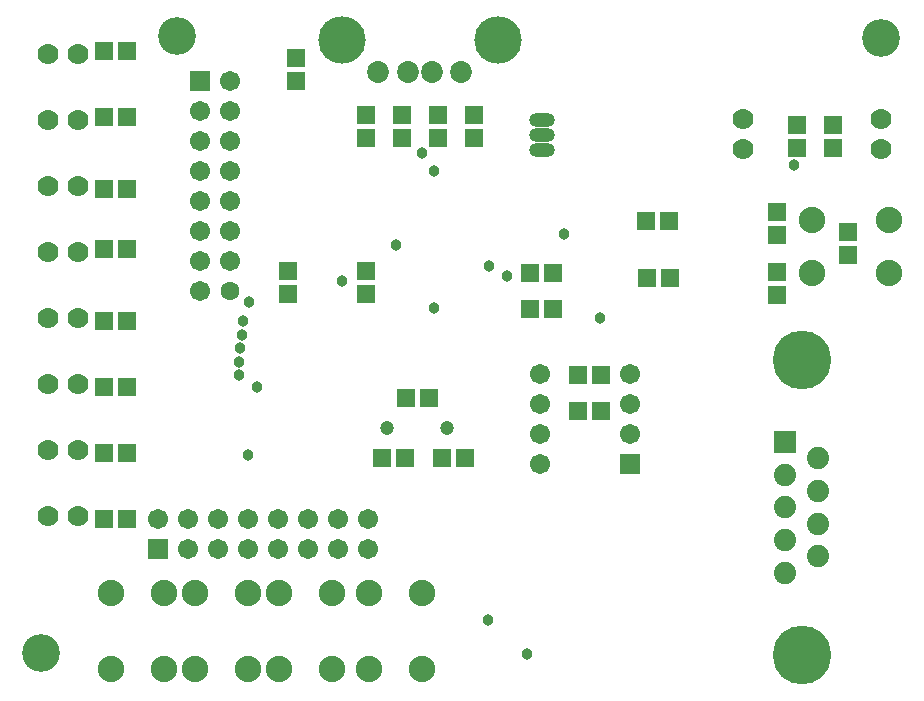
<source format=gbs>
%FSLAX25Y25*%
%MOIN*%
G70*
G01*
G75*
G04 Layer_Color=16711935*
%ADD10C,0.01000*%
%ADD11C,0.03000*%
%ADD12C,0.02000*%
%ADD13C,0.00800*%
%ADD14R,0.00984X0.09843*%
%ADD15R,0.09843X0.00984*%
%ADD16R,0.05315X0.05118*%
%ADD17R,0.05118X0.05315*%
%ADD18R,0.20000X0.02000*%
%ADD19O,0.20000X0.02000*%
%ADD20R,0.13780X0.08465*%
%ADD21R,0.04331X0.08465*%
%ADD22R,0.04331X0.08465*%
%ADD23C,0.11811*%
%ADD24C,0.05906*%
%ADD25R,0.05906X0.05906*%
%ADD26C,0.06200*%
%ADD27C,0.08000*%
%ADD28O,0.07874X0.03937*%
%ADD29O,0.07874X0.03937*%
%ADD30C,0.03937*%
%ADD31C,0.03000*%
%ADD32C,0.06500*%
%ADD33C,0.15000*%
%ADD34C,0.05500*%
%ADD35C,0.05906*%
%ADD36R,0.05906X0.05906*%
%ADD37R,0.05906X0.05906*%
%ADD38C,0.06654*%
%ADD39R,0.06654X0.06654*%
%ADD40C,0.18740*%
%ADD41C,0.00787*%
%ADD42C,0.00984*%
%ADD43C,0.00500*%
%ADD44C,0.00600*%
%ADD45C,0.01200*%
%ADD46C,0.00591*%
%ADD47R,0.04520X0.01680*%
%ADD48R,0.01680X0.04520*%
%ADD49R,0.01784X0.10642*%
%ADD50R,0.10642X0.01784*%
%ADD51R,0.06115X0.05918*%
%ADD52R,0.05918X0.06115*%
%ADD53R,0.20800X0.02800*%
%ADD54O,0.20800X0.02800*%
%ADD55R,0.14579X0.09265*%
%ADD56R,0.05131X0.09265*%
%ADD57R,0.05131X0.09265*%
%ADD58C,0.12611*%
%ADD59C,0.06706*%
%ADD60R,0.06706X0.06706*%
%ADD61C,0.07000*%
%ADD62C,0.08800*%
%ADD63O,0.08674X0.04737*%
%ADD64O,0.08674X0.04737*%
%ADD65C,0.04737*%
%ADD66C,0.03800*%
%ADD67C,0.07300*%
%ADD68C,0.15800*%
%ADD69C,0.06300*%
%ADD70C,0.06706*%
%ADD71R,0.06706X0.06706*%
%ADD72R,0.06706X0.06706*%
%ADD73C,0.07453*%
%ADD74R,0.07453X0.07453*%
%ADD75C,0.19540*%
D51*
X204161Y214000D02*
D03*
X211839D02*
D03*
X204161Y236000D02*
D03*
X211839D02*
D03*
X204161Y258000D02*
D03*
X211839D02*
D03*
X204161Y280000D02*
D03*
X211839D02*
D03*
X204161Y304000D02*
D03*
X211839D02*
D03*
X204161Y324000D02*
D03*
X211839D02*
D03*
X204161Y348000D02*
D03*
X211839D02*
D03*
X204161Y370000D02*
D03*
X211839D02*
D03*
X384661Y313500D02*
D03*
X392339D02*
D03*
X385161Y294500D02*
D03*
X392839D02*
D03*
X362161Y262000D02*
D03*
X369839D02*
D03*
X362161Y250000D02*
D03*
X369839D02*
D03*
X353839Y296000D02*
D03*
X346161D02*
D03*
X353839Y284000D02*
D03*
X346161D02*
D03*
X312339Y254500D02*
D03*
X304661D02*
D03*
X296661Y234500D02*
D03*
X304339D02*
D03*
X324339D02*
D03*
X316661D02*
D03*
D52*
X447000Y345339D02*
D03*
Y337661D02*
D03*
X428500Y316339D02*
D03*
Y308661D02*
D03*
Y288661D02*
D03*
Y296339D02*
D03*
X452000Y302161D02*
D03*
Y309839D02*
D03*
X268000Y360161D02*
D03*
Y367839D02*
D03*
X291500Y289161D02*
D03*
Y296839D02*
D03*
X435000Y337661D02*
D03*
Y345339D02*
D03*
X265500Y296839D02*
D03*
Y289161D02*
D03*
X291500Y341161D02*
D03*
Y348839D02*
D03*
X327500Y341161D02*
D03*
Y348839D02*
D03*
X315500D02*
D03*
Y341161D02*
D03*
X303500Y348839D02*
D03*
Y341161D02*
D03*
D58*
X228500Y375000D02*
D03*
X463000Y374500D02*
D03*
X183000Y169500D02*
D03*
D59*
X349500Y262500D02*
D03*
Y252500D02*
D03*
Y242500D02*
D03*
Y232500D02*
D03*
X379500Y262500D02*
D03*
Y252500D02*
D03*
Y242500D02*
D03*
D60*
Y232500D02*
D03*
D61*
X417000Y347500D02*
D03*
Y337500D02*
D03*
X463000D02*
D03*
Y347500D02*
D03*
X195500Y369000D02*
D03*
X185500D02*
D03*
X195500Y347000D02*
D03*
X185500D02*
D03*
X195500Y325000D02*
D03*
X185500D02*
D03*
X195500Y303000D02*
D03*
X185500D02*
D03*
X195500Y281000D02*
D03*
X185500D02*
D03*
X195500Y259000D02*
D03*
X185500D02*
D03*
X195500Y237000D02*
D03*
X185500D02*
D03*
X195500Y215000D02*
D03*
X185500D02*
D03*
D62*
X465600Y296000D02*
D03*
Y313700D02*
D03*
X440000D02*
D03*
Y296000D02*
D03*
X224000Y164000D02*
D03*
X206300D02*
D03*
Y189600D02*
D03*
X224000D02*
D03*
X252000Y164000D02*
D03*
X234300D02*
D03*
Y189600D02*
D03*
X252000D02*
D03*
X280000Y164000D02*
D03*
X262300D02*
D03*
Y189600D02*
D03*
X280000D02*
D03*
X310000Y164000D02*
D03*
X292300D02*
D03*
Y189600D02*
D03*
X310000D02*
D03*
D63*
X350000Y337000D02*
D03*
Y347000D02*
D03*
D64*
Y342000D02*
D03*
D65*
X298500Y244500D02*
D03*
X318500D02*
D03*
D66*
X314000Y330000D02*
D03*
X310000Y336000D02*
D03*
X332500Y298500D02*
D03*
X332000Y180500D02*
D03*
X385000Y294500D02*
D03*
X345000Y169000D02*
D03*
X250500Y280000D02*
D03*
X250000Y275500D02*
D03*
X249500Y271000D02*
D03*
X249000Y266500D02*
D03*
Y262000D02*
D03*
X255000Y258000D02*
D03*
X252000Y235500D02*
D03*
X345500Y283500D02*
D03*
X346000Y296000D02*
D03*
X252378Y286500D02*
D03*
X265500Y296500D02*
D03*
X338500Y295000D02*
D03*
X292000Y289000D02*
D03*
X301500Y305500D02*
D03*
X314000Y284500D02*
D03*
X357500Y309000D02*
D03*
X434000Y332000D02*
D03*
X392500Y294500D02*
D03*
X369500Y281000D02*
D03*
X283500Y293500D02*
D03*
D67*
X295500Y363000D02*
D03*
X323060D02*
D03*
X313200D02*
D03*
X305350D02*
D03*
D68*
X283400Y373700D02*
D03*
X335200D02*
D03*
D69*
X246000Y290000D02*
D03*
D70*
X236000D02*
D03*
X246000Y300000D02*
D03*
X236000D02*
D03*
X246000Y310000D02*
D03*
X236000D02*
D03*
X246000Y320000D02*
D03*
X236000D02*
D03*
X246000Y330000D02*
D03*
X236000D02*
D03*
X246000Y340000D02*
D03*
X236000D02*
D03*
X246000Y350000D02*
D03*
X236000D02*
D03*
X246000Y360000D02*
D03*
X292000Y214000D02*
D03*
Y204000D02*
D03*
X282000Y214000D02*
D03*
Y204000D02*
D03*
X272000Y214000D02*
D03*
Y204000D02*
D03*
X262000Y214000D02*
D03*
Y204000D02*
D03*
X252000Y214000D02*
D03*
Y204000D02*
D03*
X242000Y214000D02*
D03*
Y204000D02*
D03*
X232000Y214000D02*
D03*
Y204000D02*
D03*
X222000Y214000D02*
D03*
D71*
X236000Y360000D02*
D03*
D72*
X222000Y204000D02*
D03*
D73*
X431008Y196189D02*
D03*
X442189Y201642D02*
D03*
X431008Y207095D02*
D03*
X442189Y212547D02*
D03*
X431008Y218000D02*
D03*
X442189Y223453D02*
D03*
X431008Y228906D02*
D03*
X442189Y234358D02*
D03*
D74*
X431008Y239811D02*
D03*
D75*
X436598Y267193D02*
D03*
Y168807D02*
D03*
M02*

</source>
